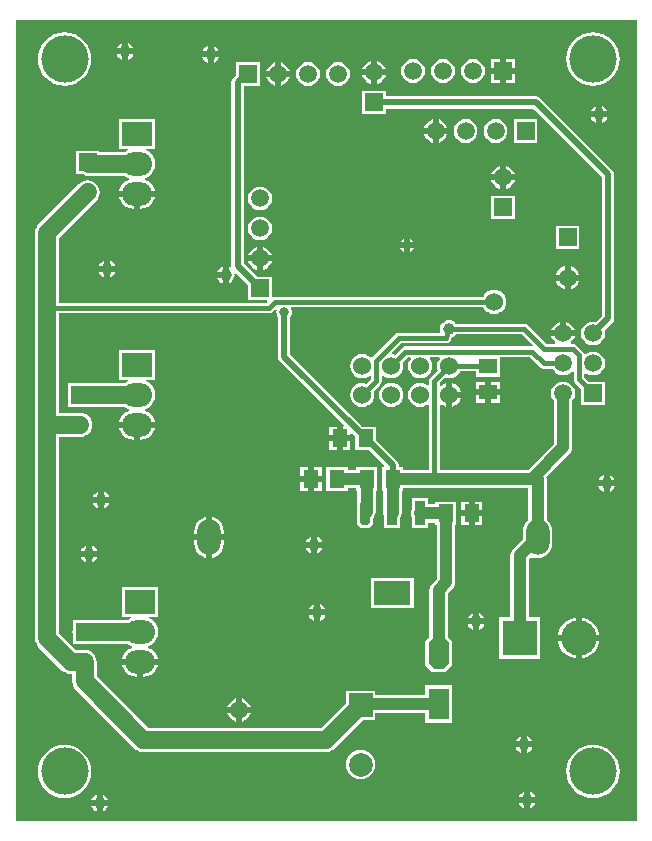
<source format=gbl>
G04 Layer_Physical_Order=2*
G04 Layer_Color=16711680*
%FSLAX44Y44*%
%MOMM*%
G71*
G01*
G75*
%ADD10R,1.5000X1.3000*%
%ADD14R,1.3000X1.5000*%
%ADD17C,0.3810*%
%ADD18C,0.5080*%
%ADD19C,1.0160*%
%ADD20C,1.0000*%
%ADD21R,1.5000X1.5000*%
%ADD22C,1.5000*%
%ADD23C,0.8000*%
%ADD24O,2.5400X2.0000*%
%ADD25R,2.5400X2.0000*%
%ADD26R,1.5000X1.5000*%
%ADD27C,1.5240*%
%ADD28O,2.0000X3.0000*%
%ADD29R,2.0000X2.0000*%
%ADD30C,2.0000*%
%ADD31C,3.0000*%
%ADD32R,3.0000X3.0000*%
%ADD33C,4.0000*%
%ADD34C,0.7000*%
%ADD35R,3.0988X2.0320*%
G04:AMPARAMS|DCode=36|XSize=0.8382mm|YSize=2.032mm|CornerRadius=0mm|HoleSize=0mm|Usage=FLASHONLY|Rotation=0.000|XOffset=0mm|YOffset=0mm|HoleType=Round|Shape=Octagon|*
%AMOCTAGOND36*
4,1,8,-0.2095,1.0160,0.2095,1.0160,0.4191,0.8065,0.4191,-0.8065,0.2095,-1.0160,-0.2095,-1.0160,-0.4191,-0.8065,-0.4191,0.8065,-0.2095,1.0160,0.0*
%
%ADD36OCTAGOND36*%

%ADD37R,0.8382X2.0320*%
%ADD38R,1.7500X2.6500*%
G04:AMPARAMS|DCode=39|XSize=2.65mm|YSize=1.75mm|CornerRadius=0mm|HoleSize=0mm|Usage=FLASHONLY|Rotation=90.000|XOffset=0mm|YOffset=0mm|HoleType=Round|Shape=Octagon|*
%AMOCTAGOND39*
4,1,8,0.4375,1.3250,-0.4375,1.3250,-0.8750,0.8875,-0.8750,-0.8875,-0.4375,-1.3250,0.4375,-1.3250,0.8750,-0.8875,0.8750,0.8875,0.4375,1.3250,0.0*
%
%ADD39OCTAGOND39*%

%ADD40C,1.5240*%
G36*
X1064260Y458470D02*
X538480D01*
Y1136650D01*
X1064260D01*
Y458470D01*
D02*
G37*
%LPC*%
G36*
X633730Y1117089D02*
Y1112520D01*
X638299D01*
X637776Y1113783D01*
X636568Y1115358D01*
X634992Y1116566D01*
X633730Y1117089D01*
D02*
G37*
G36*
X628650D02*
X627388Y1116566D01*
X625812Y1115358D01*
X624604Y1113783D01*
X624081Y1112520D01*
X628650D01*
Y1117089D01*
D02*
G37*
G36*
X706120Y1114549D02*
Y1109980D01*
X710689D01*
X710166Y1111243D01*
X708958Y1112818D01*
X707383Y1114026D01*
X706120Y1114549D01*
D02*
G37*
G36*
X701040D02*
X699778Y1114026D01*
X698202Y1112818D01*
X696994Y1111243D01*
X696471Y1109980D01*
X701040D01*
Y1114549D01*
D02*
G37*
G36*
X638299Y1107440D02*
X633730D01*
Y1102871D01*
X634992Y1103394D01*
X636568Y1104602D01*
X637776Y1106178D01*
X638299Y1107440D01*
D02*
G37*
G36*
X628650D02*
X624081D01*
X624604Y1106178D01*
X625812Y1104602D01*
X627388Y1103394D01*
X628650Y1102871D01*
Y1107440D01*
D02*
G37*
G36*
X710689Y1104900D02*
X706120D01*
Y1100331D01*
X707383Y1100854D01*
X708958Y1102062D01*
X710166Y1103637D01*
X710689Y1104900D01*
D02*
G37*
G36*
X701040D02*
X696471D01*
X696994Y1103637D01*
X698202Y1102062D01*
X699778Y1100854D01*
X701040Y1100331D01*
Y1104900D01*
D02*
G37*
G36*
X961270Y1103510D02*
X953770D01*
Y1096010D01*
X961270D01*
Y1103510D01*
D02*
G37*
G36*
X948690D02*
X941190D01*
Y1096010D01*
X948690D01*
Y1103510D01*
D02*
G37*
G36*
X844550Y1101992D02*
Y1094740D01*
X851802D01*
X851792Y1094821D01*
X850780Y1097263D01*
X849171Y1099361D01*
X847073Y1100970D01*
X844631Y1101982D01*
X844550Y1101992D01*
D02*
G37*
G36*
X839470D02*
X839389Y1101982D01*
X836947Y1100970D01*
X834849Y1099361D01*
X833240Y1097263D01*
X832228Y1094821D01*
X832218Y1094740D01*
X839470D01*
Y1101992D01*
D02*
G37*
G36*
X763270Y1100722D02*
Y1093470D01*
X770522D01*
X770512Y1093551D01*
X769500Y1095993D01*
X767891Y1098091D01*
X765793Y1099700D01*
X763351Y1100712D01*
X763270Y1100722D01*
D02*
G37*
G36*
X758190D02*
X758109Y1100712D01*
X755667Y1099700D01*
X753569Y1098091D01*
X751960Y1095993D01*
X750948Y1093551D01*
X750938Y1093470D01*
X758190D01*
Y1100722D01*
D02*
G37*
G36*
X961270Y1090930D02*
X953770D01*
Y1083430D01*
X961270D01*
Y1090930D01*
D02*
G37*
G36*
X948690D02*
X941190D01*
Y1083430D01*
X948690D01*
Y1090930D01*
D02*
G37*
G36*
X925830Y1103597D02*
X923209Y1103252D01*
X920767Y1102240D01*
X918669Y1100631D01*
X917060Y1098533D01*
X916048Y1096091D01*
X915703Y1093470D01*
X916048Y1090849D01*
X917060Y1088407D01*
X918669Y1086309D01*
X920767Y1084700D01*
X923209Y1083688D01*
X925830Y1083343D01*
X928451Y1083688D01*
X930893Y1084700D01*
X932991Y1086309D01*
X934600Y1088407D01*
X935612Y1090849D01*
X935957Y1093470D01*
X935612Y1096091D01*
X934600Y1098533D01*
X932991Y1100631D01*
X930893Y1102240D01*
X928451Y1103252D01*
X925830Y1103597D01*
D02*
G37*
G36*
X900430D02*
X897809Y1103252D01*
X895367Y1102240D01*
X893269Y1100631D01*
X891660Y1098533D01*
X890648Y1096091D01*
X890303Y1093470D01*
X890648Y1090849D01*
X891660Y1088407D01*
X893269Y1086309D01*
X895367Y1084700D01*
X897809Y1083688D01*
X900430Y1083343D01*
X903051Y1083688D01*
X905493Y1084700D01*
X907591Y1086309D01*
X909200Y1088407D01*
X910212Y1090849D01*
X910557Y1093470D01*
X910212Y1096091D01*
X909200Y1098533D01*
X907591Y1100631D01*
X905493Y1102240D01*
X903051Y1103252D01*
X900430Y1103597D01*
D02*
G37*
G36*
X875030D02*
X872409Y1103252D01*
X869967Y1102240D01*
X867869Y1100631D01*
X866260Y1098533D01*
X865248Y1096091D01*
X864903Y1093470D01*
X865248Y1090849D01*
X866260Y1088407D01*
X867869Y1086309D01*
X869967Y1084700D01*
X872409Y1083688D01*
X875030Y1083343D01*
X877651Y1083688D01*
X880093Y1084700D01*
X882191Y1086309D01*
X883800Y1088407D01*
X884812Y1090849D01*
X885157Y1093470D01*
X884812Y1096091D01*
X883800Y1098533D01*
X882191Y1100631D01*
X880093Y1102240D01*
X877651Y1103252D01*
X875030Y1103597D01*
D02*
G37*
G36*
X851802Y1089660D02*
X844550D01*
Y1082408D01*
X844631Y1082418D01*
X847073Y1083430D01*
X849171Y1085039D01*
X850780Y1087137D01*
X851792Y1089579D01*
X851802Y1089660D01*
D02*
G37*
G36*
X839470D02*
X832218D01*
X832228Y1089579D01*
X833240Y1087137D01*
X834849Y1085039D01*
X836947Y1083430D01*
X839389Y1082418D01*
X839470Y1082408D01*
Y1089660D01*
D02*
G37*
G36*
X770522Y1088390D02*
X763270D01*
Y1081138D01*
X763351Y1081148D01*
X765793Y1082160D01*
X767891Y1083769D01*
X769500Y1085867D01*
X770512Y1088309D01*
X770522Y1088390D01*
D02*
G37*
G36*
X758190D02*
X750938D01*
X750948Y1088309D01*
X751960Y1085867D01*
X753569Y1083769D01*
X755667Y1082160D01*
X758109Y1081148D01*
X758190Y1081138D01*
Y1088390D01*
D02*
G37*
G36*
X1027430Y1126279D02*
X1023011Y1125844D01*
X1018763Y1124555D01*
X1014847Y1122462D01*
X1011415Y1119645D01*
X1008598Y1116213D01*
X1006505Y1112297D01*
X1005216Y1108049D01*
X1004781Y1103630D01*
X1005216Y1099211D01*
X1006505Y1094963D01*
X1008598Y1091047D01*
X1011415Y1087615D01*
X1014847Y1084798D01*
X1018763Y1082705D01*
X1023011Y1081416D01*
X1027430Y1080981D01*
X1031849Y1081416D01*
X1036097Y1082705D01*
X1040013Y1084798D01*
X1043445Y1087615D01*
X1046262Y1091047D01*
X1048355Y1094963D01*
X1049644Y1099211D01*
X1050079Y1103630D01*
X1049644Y1108049D01*
X1048355Y1112297D01*
X1046262Y1116213D01*
X1043445Y1119645D01*
X1040013Y1122462D01*
X1036097Y1124555D01*
X1031849Y1125844D01*
X1027430Y1126279D01*
D02*
G37*
G36*
X580000D02*
X575581Y1125844D01*
X571333Y1124555D01*
X567417Y1122462D01*
X563985Y1119645D01*
X561168Y1116213D01*
X559075Y1112297D01*
X557786Y1108049D01*
X557351Y1103630D01*
X557786Y1099211D01*
X559075Y1094963D01*
X561168Y1091047D01*
X563985Y1087615D01*
X567417Y1084798D01*
X571333Y1082705D01*
X575581Y1081416D01*
X580000Y1080981D01*
X584419Y1081416D01*
X588667Y1082705D01*
X592583Y1084798D01*
X596015Y1087615D01*
X598832Y1091047D01*
X600925Y1094963D01*
X602214Y1099211D01*
X602649Y1103630D01*
X602214Y1108049D01*
X600925Y1112297D01*
X598832Y1116213D01*
X596015Y1119645D01*
X592583Y1122462D01*
X588667Y1124555D01*
X584419Y1125844D01*
X580000Y1126279D01*
D02*
G37*
G36*
X811530Y1101057D02*
X808909Y1100712D01*
X806467Y1099700D01*
X804369Y1098091D01*
X802760Y1095993D01*
X801748Y1093551D01*
X801403Y1090930D01*
X801748Y1088309D01*
X802760Y1085867D01*
X804369Y1083769D01*
X806467Y1082160D01*
X808909Y1081148D01*
X811530Y1080803D01*
X814151Y1081148D01*
X816593Y1082160D01*
X818691Y1083769D01*
X820300Y1085867D01*
X821312Y1088309D01*
X821657Y1090930D01*
X821312Y1093551D01*
X820300Y1095993D01*
X818691Y1098091D01*
X816593Y1099700D01*
X814151Y1100712D01*
X811530Y1101057D01*
D02*
G37*
G36*
X786130D02*
X783509Y1100712D01*
X781067Y1099700D01*
X778969Y1098091D01*
X777360Y1095993D01*
X776348Y1093551D01*
X776003Y1090930D01*
X776348Y1088309D01*
X777360Y1085867D01*
X778969Y1083769D01*
X781067Y1082160D01*
X783509Y1081148D01*
X786130Y1080803D01*
X788751Y1081148D01*
X791193Y1082160D01*
X793291Y1083769D01*
X794900Y1085867D01*
X795912Y1088309D01*
X796257Y1090930D01*
X795912Y1093551D01*
X794900Y1095993D01*
X793291Y1098091D01*
X791193Y1099700D01*
X788751Y1100712D01*
X786130Y1101057D01*
D02*
G37*
G36*
X1035050Y1063749D02*
Y1059180D01*
X1039619D01*
X1039096Y1060443D01*
X1037888Y1062018D01*
X1036312Y1063226D01*
X1035050Y1063749D01*
D02*
G37*
G36*
X1029970D02*
X1028708Y1063226D01*
X1027132Y1062018D01*
X1025924Y1060443D01*
X1025401Y1059180D01*
X1029970D01*
Y1063749D01*
D02*
G37*
G36*
X1039619Y1054100D02*
X1035050D01*
Y1049531D01*
X1036312Y1050054D01*
X1037888Y1051262D01*
X1039096Y1052838D01*
X1039619Y1054100D01*
D02*
G37*
G36*
X1029970D02*
X1025401D01*
X1025924Y1052838D01*
X1027132Y1051262D01*
X1028708Y1050054D01*
X1029970Y1049531D01*
Y1054100D01*
D02*
G37*
G36*
X896620Y1052462D02*
Y1045210D01*
X903872D01*
X903862Y1045291D01*
X902850Y1047733D01*
X901241Y1049831D01*
X899143Y1051440D01*
X896701Y1052452D01*
X896620Y1052462D01*
D02*
G37*
G36*
X891540D02*
X891459Y1052452D01*
X889017Y1051440D01*
X886919Y1049831D01*
X885310Y1047733D01*
X884298Y1045291D01*
X884288Y1045210D01*
X891540D01*
Y1052462D01*
D02*
G37*
G36*
X903872Y1040130D02*
X896620D01*
Y1032878D01*
X896701Y1032888D01*
X899143Y1033900D01*
X901241Y1035509D01*
X902850Y1037607D01*
X903862Y1040049D01*
X903872Y1040130D01*
D02*
G37*
G36*
X891540D02*
X884288D01*
X884298Y1040049D01*
X885310Y1037607D01*
X886919Y1035509D01*
X889017Y1033900D01*
X891459Y1032888D01*
X891540Y1032878D01*
Y1040130D01*
D02*
G37*
G36*
X980320Y1052710D02*
X960240D01*
Y1032630D01*
X980320D01*
Y1052710D01*
D02*
G37*
G36*
X944880Y1052797D02*
X942259Y1052452D01*
X939817Y1051440D01*
X937719Y1049831D01*
X936110Y1047733D01*
X935098Y1045291D01*
X934753Y1042670D01*
X935098Y1040049D01*
X936110Y1037607D01*
X937719Y1035509D01*
X939817Y1033900D01*
X942259Y1032888D01*
X944880Y1032543D01*
X947501Y1032888D01*
X949943Y1033900D01*
X952041Y1035509D01*
X953650Y1037607D01*
X954662Y1040049D01*
X955007Y1042670D01*
X954662Y1045291D01*
X953650Y1047733D01*
X952041Y1049831D01*
X949943Y1051440D01*
X947501Y1052452D01*
X944880Y1052797D01*
D02*
G37*
G36*
X919480D02*
X916859Y1052452D01*
X914417Y1051440D01*
X912319Y1049831D01*
X910710Y1047733D01*
X909698Y1045291D01*
X909353Y1042670D01*
X909698Y1040049D01*
X910710Y1037607D01*
X912319Y1035509D01*
X914417Y1033900D01*
X916859Y1032888D01*
X919480Y1032543D01*
X922101Y1032888D01*
X924543Y1033900D01*
X926641Y1035509D01*
X928250Y1037607D01*
X929262Y1040049D01*
X929607Y1042670D01*
X929262Y1045291D01*
X928250Y1047733D01*
X926641Y1049831D01*
X924543Y1051440D01*
X922101Y1052452D01*
X919480Y1052797D01*
D02*
G37*
G36*
X656590Y1052670D02*
X626110D01*
Y1027590D01*
X633610D01*
X633862Y1026320D01*
X632326Y1025684D01*
X631406Y1024978D01*
X609480D01*
Y1026040D01*
X589400D01*
Y1005960D01*
X595450D01*
X595586Y1005855D01*
X598058Y1004831D01*
X600710Y1004482D01*
X631406D01*
X632326Y1003776D01*
X634883Y1002717D01*
Y1001343D01*
X632326Y1000284D01*
X629706Y998274D01*
X627696Y995654D01*
X626433Y992604D01*
X626336Y991870D01*
X641350D01*
X656364D01*
X656267Y992604D01*
X655004Y995654D01*
X652994Y998274D01*
X650374Y1000284D01*
X647817Y1001343D01*
Y1002717D01*
X650374Y1003776D01*
X652994Y1005786D01*
X655004Y1008406D01*
X656267Y1011456D01*
X656698Y1014730D01*
X656267Y1018004D01*
X655004Y1021054D01*
X652994Y1023674D01*
X650374Y1025684D01*
X648838Y1026320D01*
X649090Y1027590D01*
X656590D01*
Y1052670D01*
D02*
G37*
G36*
X953770Y1013092D02*
Y1005840D01*
X961022D01*
X961012Y1005921D01*
X960000Y1008363D01*
X958391Y1010461D01*
X956293Y1012070D01*
X953851Y1013082D01*
X953770Y1013092D01*
D02*
G37*
G36*
X948690D02*
X948609Y1013082D01*
X946167Y1012070D01*
X944069Y1010461D01*
X942460Y1008363D01*
X941448Y1005921D01*
X941438Y1005840D01*
X948690D01*
Y1013092D01*
D02*
G37*
G36*
X961022Y1000760D02*
X953770D01*
Y993508D01*
X953851Y993518D01*
X956293Y994530D01*
X958391Y996139D01*
X960000Y998237D01*
X961012Y1000679D01*
X961022Y1000760D01*
D02*
G37*
G36*
X948690D02*
X941438D01*
X941448Y1000679D01*
X942460Y998237D01*
X944069Y996139D01*
X946167Y994530D01*
X948609Y993518D01*
X948690Y993508D01*
Y1000760D01*
D02*
G37*
G36*
X656364Y986790D02*
X643890D01*
Y976682D01*
X644050D01*
X647324Y977113D01*
X650374Y978376D01*
X652994Y980386D01*
X655004Y983006D01*
X656267Y986056D01*
X656364Y986790D01*
D02*
G37*
G36*
X638810D02*
X626336D01*
X626433Y986056D01*
X627696Y983006D01*
X629706Y980386D01*
X632326Y978376D01*
X635376Y977113D01*
X638650Y976682D01*
X638810D01*
Y986790D01*
D02*
G37*
G36*
X745490Y995647D02*
X742869Y995302D01*
X740427Y994290D01*
X738329Y992681D01*
X736720Y990583D01*
X735708Y988141D01*
X735363Y985520D01*
X735708Y982899D01*
X736720Y980457D01*
X738329Y978359D01*
X740427Y976750D01*
X742869Y975738D01*
X745490Y975393D01*
X748111Y975738D01*
X750553Y976750D01*
X752651Y978359D01*
X754260Y980457D01*
X755272Y982899D01*
X755617Y985520D01*
X755272Y988141D01*
X754260Y990583D01*
X752651Y992681D01*
X750553Y994290D01*
X748111Y995302D01*
X745490Y995647D01*
D02*
G37*
G36*
X961270Y987940D02*
X941190D01*
Y967860D01*
X961270D01*
Y987940D01*
D02*
G37*
G36*
X745490Y970247D02*
X742869Y969902D01*
X740427Y968890D01*
X738329Y967281D01*
X736720Y965183D01*
X735708Y962741D01*
X735363Y960120D01*
X735708Y957499D01*
X736720Y955057D01*
X738329Y952959D01*
X740427Y951350D01*
X742869Y950338D01*
X745490Y949993D01*
X748111Y950338D01*
X750553Y951350D01*
X752651Y952959D01*
X754260Y955057D01*
X755272Y957499D01*
X755617Y960120D01*
X755272Y962741D01*
X754260Y965183D01*
X752651Y967281D01*
X750553Y968890D01*
X748111Y969902D01*
X745490Y970247D01*
D02*
G37*
G36*
X872490Y951717D02*
Y948690D01*
X875517D01*
X874305Y950505D01*
X872490Y951717D01*
D02*
G37*
G36*
X867410D02*
X865595Y950505D01*
X864383Y948690D01*
X867410D01*
Y951717D01*
D02*
G37*
G36*
X1015880Y962540D02*
X995800D01*
Y942460D01*
X1015880D01*
Y962540D01*
D02*
G37*
G36*
X875517Y943610D02*
X872490D01*
Y940583D01*
X874305Y941795D01*
X875517Y943610D01*
D02*
G37*
G36*
X867410D02*
X864383D01*
X865595Y941795D01*
X867410Y940583D01*
Y943610D01*
D02*
G37*
G36*
X748030Y944512D02*
Y937260D01*
X755282D01*
X755272Y937341D01*
X754260Y939783D01*
X752651Y941881D01*
X750553Y943490D01*
X748111Y944502D01*
X748030Y944512D01*
D02*
G37*
G36*
X742950D02*
X742869Y944502D01*
X740427Y943490D01*
X738329Y941881D01*
X736720Y939783D01*
X735708Y937341D01*
X735698Y937260D01*
X742950D01*
Y944512D01*
D02*
G37*
G36*
X618490Y932939D02*
Y928370D01*
X623059D01*
X622536Y929632D01*
X621328Y931208D01*
X619753Y932416D01*
X618490Y932939D01*
D02*
G37*
G36*
X613410D02*
X612147Y932416D01*
X610572Y931208D01*
X609364Y929632D01*
X608841Y928370D01*
X613410D01*
Y932939D01*
D02*
G37*
G36*
X745370Y1100970D02*
X725290D01*
Y1090000D01*
X722777Y1087487D01*
X721655Y1085807D01*
X721261Y1083825D01*
Y928370D01*
X721340Y927972D01*
X720187Y927256D01*
X720082Y927336D01*
X718820Y927859D01*
Y920750D01*
Y913641D01*
X720082Y914164D01*
X721658Y915372D01*
X722866Y916947D01*
X723626Y918782D01*
X723885Y920750D01*
X723725Y921964D01*
X724928Y922557D01*
X735450Y912035D01*
Y899280D01*
X751186D01*
X751706Y898091D01*
X751103Y897342D01*
X575398D01*
Y952065D01*
X606686Y983354D01*
X608315Y985476D01*
X609338Y987948D01*
X609688Y990600D01*
X609338Y993252D01*
X608315Y995724D01*
X606686Y997846D01*
X604564Y999475D01*
X602092Y1000499D01*
X599440Y1000848D01*
X596788Y1000499D01*
X594316Y999475D01*
X592194Y997846D01*
X557904Y963556D01*
X556275Y961434D01*
X555252Y958962D01*
X554902Y956310D01*
X554902Y956310D01*
Y613410D01*
X554902Y613410D01*
X555252Y610758D01*
X556275Y608286D01*
X557904Y606164D01*
X578224Y585844D01*
X580346Y584215D01*
X582818Y583191D01*
X585470Y582842D01*
X586652Y582721D01*
Y576580D01*
X586652Y576580D01*
X587001Y573928D01*
X588025Y571456D01*
X589654Y569334D01*
X639184Y519804D01*
X639184Y519804D01*
X641306Y518175D01*
X643778Y517151D01*
X646430Y516802D01*
X801370D01*
X801370Y516802D01*
X804022Y517151D01*
X806494Y518175D01*
X808616Y519804D01*
X832532Y543720D01*
X843120D01*
Y549844D01*
X885330D01*
Y541740D01*
X907910D01*
Y559777D01*
X908116Y561340D01*
X907910Y562903D01*
Y573320D01*
X885330D01*
Y565216D01*
X843120D01*
Y568800D01*
X818040D01*
Y558212D01*
X797125Y537298D01*
X650675D01*
X607148Y580825D01*
Y593090D01*
X606799Y595742D01*
X605775Y598214D01*
X604146Y600336D01*
X602024Y601965D01*
X599552Y602989D01*
X596900Y603338D01*
X589715D01*
X575398Y617655D01*
Y783502D01*
X593090D01*
X595742Y783851D01*
X598214Y784875D01*
X600336Y786504D01*
X601965Y788626D01*
X602989Y791098D01*
X603338Y793750D01*
X602989Y796402D01*
X601965Y798874D01*
X600336Y800996D01*
X598214Y802625D01*
X595742Y803649D01*
X593090Y803998D01*
X575398D01*
Y888278D01*
X753110D01*
X754844Y888623D01*
X756315Y889605D01*
X758521Y891812D01*
X759598Y891093D01*
X759438Y890707D01*
X759214Y889000D01*
X759438Y887293D01*
X760097Y885702D01*
X760630Y885007D01*
Y851310D01*
X761025Y849328D01*
X762148Y847647D01*
X816262Y793533D01*
X815776Y792360D01*
X815340D01*
Y784860D01*
X821840D01*
Y786296D01*
X823013Y786782D01*
X825760Y784035D01*
Y772280D01*
X837515D01*
X850552Y759243D01*
X850066Y758070D01*
X848620D01*
Y737990D01*
X849974D01*
Y718976D01*
X850236Y716987D01*
X850773Y715691D01*
Y706120D01*
X864235D01*
Y715027D01*
X864316Y715133D01*
X865084Y716987D01*
X865346Y718976D01*
Y737990D01*
X866700D01*
Y740344D01*
X972754D01*
Y713409D01*
X971496Y712444D01*
X969486Y709824D01*
X968223Y706774D01*
X967792Y703500D01*
Y696721D01*
X959765Y688695D01*
X958544Y687103D01*
X957776Y685249D01*
X957514Y683260D01*
Y630950D01*
X947660D01*
Y595870D01*
X982740D01*
Y630950D01*
X972886D01*
Y680076D01*
X974993Y682183D01*
X977166Y681283D01*
X980440Y680852D01*
X983714Y681283D01*
X986764Y682546D01*
X989384Y684556D01*
X991394Y687176D01*
X992657Y690226D01*
X993088Y693500D01*
Y703500D01*
X992657Y706774D01*
X991394Y709824D01*
X989384Y712444D01*
X988126Y713409D01*
Y748030D01*
X987905Y749706D01*
X1007465Y769265D01*
X1008686Y770857D01*
X1009454Y772711D01*
X1009716Y774700D01*
Y813944D01*
X1010800Y815357D01*
X1011812Y817799D01*
X1012157Y820420D01*
X1011812Y823041D01*
X1010800Y825483D01*
X1009191Y827581D01*
X1007093Y829190D01*
X1004651Y830202D01*
X1002030Y830547D01*
X999409Y830202D01*
X996967Y829190D01*
X994869Y827581D01*
X993260Y825483D01*
X992248Y823041D01*
X991903Y820420D01*
X992248Y817799D01*
X993260Y815357D01*
X994344Y813944D01*
Y777884D01*
X972176Y755716D01*
X897607D01*
Y810807D01*
X898877Y811433D01*
X900386Y810275D01*
X902858Y809251D01*
X902970Y809237D01*
Y819150D01*
Y829063D01*
X902858Y829048D01*
X900386Y828025D01*
X898877Y826867D01*
X897607Y827493D01*
Y829338D01*
X902266Y833997D01*
X902858Y833752D01*
X905510Y833402D01*
X908162Y833752D01*
X910634Y834775D01*
X912756Y836404D01*
X914385Y838526D01*
X914630Y839118D01*
X928490D01*
Y834240D01*
X948570D01*
Y851183D01*
X973748D01*
X982315Y842615D01*
X983786Y841633D01*
X985520Y841288D01*
X985520Y841288D01*
X993040D01*
X993260Y840757D01*
X994869Y838659D01*
X996967Y837050D01*
X999409Y836038D01*
X1002030Y835693D01*
X1004651Y836038D01*
X1007093Y837050D01*
X1009191Y838659D01*
X1009683Y839301D01*
X1010953Y838870D01*
Y832365D01*
X1011298Y830631D01*
X1012280Y829160D01*
X1017390Y824051D01*
Y810380D01*
X1037470D01*
Y830460D01*
X1023799D01*
X1020017Y834242D01*
Y837252D01*
X1021287Y837878D01*
X1022367Y837050D01*
X1024809Y836038D01*
X1027430Y835693D01*
X1030051Y836038D01*
X1032493Y837050D01*
X1034591Y838659D01*
X1036200Y840757D01*
X1037212Y843199D01*
X1037557Y845820D01*
X1037212Y848441D01*
X1036200Y850883D01*
X1034591Y852981D01*
X1032493Y854590D01*
X1030051Y855602D01*
X1027430Y855947D01*
X1024809Y855602D01*
X1022367Y854590D01*
X1021123Y853635D01*
X1019723Y854162D01*
X1019672Y854419D01*
X1018690Y855890D01*
X1018690Y855890D01*
X1013610Y860970D01*
X1012139Y861952D01*
X1010405Y862297D01*
X1008980D01*
X1008549Y863567D01*
X1009191Y864059D01*
X1010800Y866157D01*
X1011812Y868599D01*
X1011822Y868680D01*
X1002030D01*
X992238D01*
X992248Y868599D01*
X993260Y866157D01*
X994869Y864059D01*
X995511Y863567D01*
X995080Y862297D01*
X988152D01*
X972215Y878235D01*
X970744Y879217D01*
X969010Y879562D01*
X911536D01*
X910888Y880408D01*
X909313Y881616D01*
X907478Y882376D01*
X905510Y882635D01*
X903542Y882376D01*
X901708Y881616D01*
X900132Y880408D01*
X898924Y878832D01*
X898164Y876998D01*
X897905Y875030D01*
X898144Y873212D01*
X898021Y872744D01*
X897485Y871942D01*
X863208D01*
X863207Y871942D01*
X861473Y871597D01*
X860003Y870615D01*
X840870Y851482D01*
X840506Y850937D01*
X840086Y850923D01*
X839055Y851051D01*
X837134Y852525D01*
X834662Y853549D01*
X832010Y853898D01*
X829358Y853549D01*
X826886Y852525D01*
X824764Y850896D01*
X823135Y848774D01*
X822112Y846302D01*
X821762Y843650D01*
X822112Y840998D01*
X823135Y838526D01*
X824764Y836404D01*
X826886Y834775D01*
X829358Y833752D01*
X832010Y833402D01*
X834662Y833752D01*
X837134Y834775D01*
X838273Y835649D01*
X839543Y835023D01*
Y833092D01*
X835254Y828803D01*
X834662Y829048D01*
X832010Y829398D01*
X829358Y829048D01*
X826886Y828025D01*
X824764Y826396D01*
X823135Y824274D01*
X822112Y821802D01*
X821762Y819150D01*
X822112Y816498D01*
X823135Y814026D01*
X824764Y811904D01*
X826886Y810275D01*
X829358Y809251D01*
X832010Y808902D01*
X834662Y809251D01*
X837134Y810275D01*
X839256Y811904D01*
X840885Y814026D01*
X841908Y816498D01*
X842258Y819150D01*
X841908Y821802D01*
X841663Y822394D01*
X847280Y828010D01*
X847280Y828010D01*
X848262Y829481D01*
X848607Y831215D01*
Y835307D01*
X849877Y835933D01*
X851386Y834775D01*
X853858Y833752D01*
X856510Y833402D01*
X859162Y833752D01*
X861634Y834775D01*
X863756Y836404D01*
X865385Y838526D01*
X866408Y840998D01*
X866758Y843650D01*
X866408Y846302D01*
X866163Y846894D01*
X870452Y851183D01*
X872383D01*
X873009Y849913D01*
X872135Y848774D01*
X871112Y846302D01*
X870762Y843650D01*
X871112Y840998D01*
X872135Y838526D01*
X873764Y836404D01*
X875886Y834775D01*
X878358Y833752D01*
X881010Y833402D01*
X883662Y833752D01*
X886134Y834775D01*
X888256Y836404D01*
X889885Y838526D01*
X890909Y840998D01*
X891258Y843650D01*
X890909Y846302D01*
X889885Y848774D01*
X889011Y849913D01*
X889637Y851183D01*
X896883D01*
X897509Y849913D01*
X896635Y848774D01*
X895611Y846302D01*
X895262Y843650D01*
X895611Y840998D01*
X895857Y840406D01*
X889870Y834420D01*
X888888Y832949D01*
X888543Y831215D01*
Y827777D01*
X887273Y827151D01*
X886134Y828025D01*
X883662Y829048D01*
X881010Y829398D01*
X878358Y829048D01*
X875886Y828025D01*
X873764Y826396D01*
X872135Y824274D01*
X871112Y821802D01*
X870762Y819150D01*
X871112Y816498D01*
X872135Y814026D01*
X873764Y811904D01*
X875886Y810275D01*
X878358Y809251D01*
X881010Y808902D01*
X883662Y809251D01*
X886134Y810275D01*
X887273Y811149D01*
X888543Y810523D01*
Y755716D01*
X866700D01*
Y758070D01*
X862840D01*
Y759460D01*
X862445Y761442D01*
X861322Y763122D01*
X843840Y780605D01*
Y792360D01*
X832085D01*
X770990Y853455D01*
Y885007D01*
X771523Y885702D01*
X772182Y887293D01*
X772406Y889000D01*
X772182Y890707D01*
X771610Y892088D01*
X772122Y893358D01*
X934490D01*
X934735Y892766D01*
X936364Y890644D01*
X938486Y889015D01*
X940958Y887991D01*
X943610Y887642D01*
X946262Y887991D01*
X948734Y889015D01*
X950856Y890644D01*
X952485Y892766D01*
X953509Y895238D01*
X953858Y897890D01*
X953509Y900542D01*
X952485Y903014D01*
X950856Y905136D01*
X948734Y906765D01*
X946262Y907788D01*
X943610Y908138D01*
X940958Y907788D01*
X938486Y906765D01*
X936364Y905136D01*
X934735Y903014D01*
X934490Y902422D01*
X758190D01*
X758190Y902422D01*
X756800Y902146D01*
X755812Y902709D01*
X755530Y902986D01*
Y919360D01*
X742775D01*
X731619Y930515D01*
Y1080890D01*
X745370D01*
Y1100970D01*
D02*
G37*
G36*
X755282Y932180D02*
X748030D01*
Y924928D01*
X748111Y924938D01*
X750553Y925950D01*
X752651Y927559D01*
X754260Y929657D01*
X755272Y932099D01*
X755282Y932180D01*
D02*
G37*
G36*
X742950D02*
X735698D01*
X735708Y932099D01*
X736720Y929657D01*
X738329Y927559D01*
X740427Y925950D01*
X742869Y924938D01*
X742950Y924928D01*
Y932180D01*
D02*
G37*
G36*
X713740Y927859D02*
X712477Y927336D01*
X710902Y926128D01*
X709694Y924553D01*
X709171Y923290D01*
X713740D01*
Y927859D01*
D02*
G37*
G36*
X1008380Y928292D02*
Y921040D01*
X1015632D01*
X1015622Y921121D01*
X1014610Y923563D01*
X1013001Y925661D01*
X1010903Y927270D01*
X1008461Y928282D01*
X1008380Y928292D01*
D02*
G37*
G36*
X1003300D02*
X1003219Y928282D01*
X1000777Y927270D01*
X998679Y925661D01*
X997070Y923563D01*
X996058Y921121D01*
X996048Y921040D01*
X1003300D01*
Y928292D01*
D02*
G37*
G36*
X623059Y923290D02*
X618490D01*
Y918721D01*
X619753Y919244D01*
X621328Y920452D01*
X622536Y922028D01*
X623059Y923290D01*
D02*
G37*
G36*
X613410D02*
X608841D01*
X609364Y922028D01*
X610572Y920452D01*
X612147Y919244D01*
X613410Y918721D01*
Y923290D01*
D02*
G37*
G36*
X713740Y918210D02*
X709171D01*
X709694Y916947D01*
X710902Y915372D01*
X712477Y914164D01*
X713740Y913641D01*
Y918210D01*
D02*
G37*
G36*
X1015632Y915960D02*
X1008380D01*
Y908708D01*
X1008461Y908718D01*
X1010903Y909730D01*
X1013001Y911339D01*
X1014610Y913437D01*
X1015622Y915879D01*
X1015632Y915960D01*
D02*
G37*
G36*
X1003300D02*
X996048D01*
X996058Y915879D01*
X997070Y913437D01*
X998679Y911339D01*
X1000777Y909730D01*
X1003219Y908718D01*
X1003300Y908708D01*
Y915960D01*
D02*
G37*
G36*
X852050Y1076840D02*
X831970D01*
Y1056760D01*
X852050D01*
Y1061620D01*
X977025D01*
X1034950Y1003695D01*
Y886065D01*
X1029906Y881021D01*
X1027430Y881347D01*
X1024809Y881002D01*
X1022367Y879990D01*
X1020269Y878381D01*
X1018660Y876283D01*
X1017648Y873841D01*
X1017303Y871220D01*
X1017648Y868599D01*
X1018660Y866157D01*
X1020269Y864059D01*
X1022367Y862450D01*
X1024809Y861438D01*
X1027430Y861093D01*
X1030051Y861438D01*
X1032493Y862450D01*
X1034591Y864059D01*
X1036200Y866157D01*
X1037212Y868599D01*
X1037557Y871220D01*
X1037231Y873696D01*
X1043792Y880257D01*
X1044915Y881938D01*
X1045310Y883920D01*
Y1005840D01*
X1045310Y1005840D01*
X1044915Y1007822D01*
X1043792Y1009502D01*
X1043792Y1009502D01*
X982832Y1070462D01*
X981152Y1071585D01*
X979170Y1071980D01*
X852050D01*
Y1076840D01*
D02*
G37*
G36*
X1004570Y881012D02*
Y873760D01*
X1011822D01*
X1011812Y873841D01*
X1010800Y876283D01*
X1009191Y878381D01*
X1007093Y879990D01*
X1004651Y881002D01*
X1004570Y881012D01*
D02*
G37*
G36*
X999490D02*
X999409Y881002D01*
X996967Y879990D01*
X994869Y878381D01*
X993260Y876283D01*
X992248Y873841D01*
X992238Y873760D01*
X999490D01*
Y881012D01*
D02*
G37*
G36*
X948570Y830320D02*
X941070D01*
Y823820D01*
X948570D01*
Y830320D01*
D02*
G37*
G36*
X935990D02*
X928490D01*
Y823820D01*
X935990D01*
Y830320D01*
D02*
G37*
G36*
X908050Y829063D02*
Y821690D01*
X915423D01*
X915408Y821802D01*
X914385Y824274D01*
X912756Y826396D01*
X910634Y828025D01*
X908162Y829048D01*
X908050Y829063D01*
D02*
G37*
G36*
X948570Y818740D02*
X941070D01*
Y812240D01*
X948570D01*
Y818740D01*
D02*
G37*
G36*
X935990D02*
X928490D01*
Y812240D01*
X935990D01*
Y818740D01*
D02*
G37*
G36*
X915423Y816610D02*
X908050D01*
Y809237D01*
X908162Y809251D01*
X910634Y810275D01*
X912756Y811904D01*
X914385Y814026D01*
X915408Y816498D01*
X915423Y816610D01*
D02*
G37*
G36*
X856510Y829398D02*
X853858Y829048D01*
X851386Y828025D01*
X849264Y826396D01*
X847635Y824274D01*
X846611Y821802D01*
X846262Y819150D01*
X846611Y816498D01*
X847635Y814026D01*
X849264Y811904D01*
X851386Y810275D01*
X853858Y809251D01*
X856510Y808902D01*
X859162Y809251D01*
X861634Y810275D01*
X863756Y811904D01*
X865385Y814026D01*
X866408Y816498D01*
X866758Y819150D01*
X866408Y821802D01*
X865385Y824274D01*
X863756Y826396D01*
X861634Y828025D01*
X859162Y829048D01*
X856510Y829398D01*
D02*
G37*
G36*
X656590Y857090D02*
X626110D01*
Y832010D01*
X633610D01*
X633862Y830740D01*
X632326Y830104D01*
X631406Y829398D01*
X593090D01*
X591512Y829190D01*
X583050D01*
Y820728D01*
X582842Y819150D01*
X583050Y817572D01*
Y809110D01*
X591512D01*
X593090Y808902D01*
X631406D01*
X632326Y808196D01*
X634883Y807137D01*
Y805763D01*
X632326Y804704D01*
X629706Y802694D01*
X627696Y800074D01*
X626433Y797024D01*
X626336Y796290D01*
X641350D01*
X656364D01*
X656267Y797024D01*
X655004Y800074D01*
X652994Y802694D01*
X650374Y804704D01*
X647817Y805763D01*
Y807137D01*
X650374Y808196D01*
X652994Y810206D01*
X655004Y812826D01*
X656267Y815876D01*
X656698Y819150D01*
X656267Y822424D01*
X655004Y825474D01*
X652994Y828094D01*
X650374Y830104D01*
X648838Y830740D01*
X649090Y832010D01*
X656590D01*
Y857090D01*
D02*
G37*
G36*
X810260Y792360D02*
X803760D01*
Y784860D01*
X810260D01*
Y792360D01*
D02*
G37*
G36*
X656364Y791210D02*
X643890D01*
Y781102D01*
X644050D01*
X647324Y781533D01*
X650374Y782796D01*
X652994Y784806D01*
X655004Y787426D01*
X656267Y790476D01*
X656364Y791210D01*
D02*
G37*
G36*
X638810D02*
X626336D01*
X626433Y790476D01*
X627696Y787426D01*
X629706Y784806D01*
X632326Y782796D01*
X635376Y781533D01*
X638650Y781102D01*
X638810D01*
Y791210D01*
D02*
G37*
G36*
X821840Y779780D02*
X815340D01*
Y772280D01*
X821840D01*
Y779780D01*
D02*
G37*
G36*
X810260D02*
X803760D01*
Y772280D01*
X810260D01*
Y779780D01*
D02*
G37*
G36*
X844700Y758070D02*
X826620D01*
Y755716D01*
X819710D01*
Y758070D01*
X801630D01*
Y737990D01*
X819710D01*
Y740344D01*
X826620D01*
Y737990D01*
X827974D01*
Y728470D01*
X827659Y728155D01*
Y709485D01*
X831024Y706120D01*
X837756D01*
X841121Y709485D01*
Y714690D01*
X842316Y716247D01*
X843084Y718101D01*
X843346Y720090D01*
Y737990D01*
X844700D01*
Y758070D01*
D02*
G37*
G36*
X797710D02*
X791210D01*
Y750570D01*
X797710D01*
Y758070D01*
D02*
G37*
G36*
X786130D02*
X779630D01*
Y750570D01*
X786130D01*
Y758070D01*
D02*
G37*
G36*
X1041400Y751329D02*
Y746760D01*
X1045969D01*
X1045446Y748023D01*
X1044238Y749598D01*
X1042663Y750806D01*
X1041400Y751329D01*
D02*
G37*
G36*
X1036320D02*
X1035058Y750806D01*
X1033482Y749598D01*
X1032274Y748023D01*
X1031751Y746760D01*
X1036320D01*
Y751329D01*
D02*
G37*
G36*
X797710Y745490D02*
X791210D01*
Y737990D01*
X797710D01*
Y745490D01*
D02*
G37*
G36*
X786130D02*
X779630D01*
Y737990D01*
X786130D01*
Y745490D01*
D02*
G37*
G36*
X1045969Y741680D02*
X1041400D01*
Y737111D01*
X1042663Y737634D01*
X1044238Y738842D01*
X1045446Y740417D01*
X1045969Y741680D01*
D02*
G37*
G36*
X1036320D02*
X1031751D01*
X1032274Y740417D01*
X1033482Y738842D01*
X1035058Y737634D01*
X1036320Y737111D01*
Y741680D01*
D02*
G37*
G36*
X613410Y737359D02*
Y732790D01*
X617979D01*
X617456Y734053D01*
X616248Y735628D01*
X614673Y736836D01*
X613410Y737359D01*
D02*
G37*
G36*
X608330D02*
X607067Y736836D01*
X605492Y735628D01*
X604284Y734053D01*
X603761Y732790D01*
X608330D01*
Y737359D01*
D02*
G37*
G36*
X617979Y727710D02*
X613410D01*
Y723141D01*
X614673Y723664D01*
X616248Y724872D01*
X617456Y726448D01*
X617979Y727710D01*
D02*
G37*
G36*
X608330D02*
X603761D01*
X604284Y726448D01*
X605492Y724872D01*
X607067Y723664D01*
X608330Y723141D01*
Y727710D01*
D02*
G37*
G36*
X933600Y728860D02*
X927100D01*
Y721360D01*
X933600D01*
Y728860D01*
D02*
G37*
G36*
X922020D02*
X915520D01*
Y721360D01*
X922020D01*
Y728860D01*
D02*
G37*
G36*
X933600Y716280D02*
X927100D01*
Y708780D01*
X933600D01*
Y716280D01*
D02*
G37*
G36*
X922020D02*
X915520D01*
Y708780D01*
X922020D01*
Y716280D01*
D02*
G37*
G36*
X704850Y715814D02*
Y701040D01*
X714958D01*
Y703500D01*
X714527Y706774D01*
X713264Y709824D01*
X711254Y712444D01*
X708634Y714454D01*
X705584Y715717D01*
X704850Y715814D01*
D02*
G37*
G36*
X699770D02*
X699036Y715717D01*
X695986Y714454D01*
X693366Y712444D01*
X691356Y709824D01*
X690093Y706774D01*
X689662Y703500D01*
Y701040D01*
X699770D01*
Y715814D01*
D02*
G37*
G36*
X793750Y699259D02*
Y694690D01*
X798319D01*
X797796Y695953D01*
X796588Y697528D01*
X795013Y698736D01*
X793750Y699259D01*
D02*
G37*
G36*
X788670D02*
X787408Y698736D01*
X785832Y697528D01*
X784624Y695953D01*
X784101Y694690D01*
X788670D01*
Y699259D01*
D02*
G37*
G36*
X603250Y691639D02*
Y687070D01*
X607819D01*
X607296Y688333D01*
X606088Y689908D01*
X604512Y691116D01*
X603250Y691639D01*
D02*
G37*
G36*
X598170D02*
X596908Y691116D01*
X595332Y689908D01*
X594124Y688333D01*
X593601Y687070D01*
X598170D01*
Y691639D01*
D02*
G37*
G36*
X798319Y689610D02*
X793750D01*
Y685041D01*
X795013Y685564D01*
X796588Y686772D01*
X797796Y688347D01*
X798319Y689610D01*
D02*
G37*
G36*
X788670D02*
X784101D01*
X784624Y688347D01*
X785832Y686772D01*
X787408Y685564D01*
X788670Y685041D01*
Y689610D01*
D02*
G37*
G36*
X714958Y695960D02*
X704850D01*
Y681186D01*
X705584Y681283D01*
X708634Y682546D01*
X711254Y684556D01*
X713264Y687176D01*
X714527Y690226D01*
X714958Y693500D01*
Y695960D01*
D02*
G37*
G36*
X699770D02*
X689662D01*
Y693500D01*
X690093Y690226D01*
X691356Y687176D01*
X693366Y684556D01*
X695986Y682546D01*
X699036Y681283D01*
X699770Y681186D01*
Y695960D01*
D02*
G37*
G36*
X607819Y681990D02*
X603250D01*
Y677421D01*
X604512Y677944D01*
X606088Y679152D01*
X607296Y680727D01*
X607819Y681990D01*
D02*
G37*
G36*
X598170D02*
X593601D01*
X594124Y680727D01*
X595332Y679152D01*
X596908Y677944D01*
X598170Y677421D01*
Y681990D01*
D02*
G37*
G36*
X875538Y664289D02*
X839470D01*
Y638890D01*
X875538D01*
Y664289D01*
D02*
G37*
G36*
X796290Y642109D02*
Y637540D01*
X800859D01*
X800336Y638802D01*
X799128Y640378D01*
X797552Y641586D01*
X796290Y642109D01*
D02*
G37*
G36*
X791210D02*
X789948Y641586D01*
X788372Y640378D01*
X787164Y638802D01*
X786641Y637540D01*
X791210D01*
Y642109D01*
D02*
G37*
G36*
X930910Y634489D02*
Y629920D01*
X935479D01*
X934956Y631183D01*
X933748Y632758D01*
X932172Y633966D01*
X930910Y634489D01*
D02*
G37*
G36*
X925830D02*
X924567Y633966D01*
X922992Y632758D01*
X921784Y631183D01*
X921261Y629920D01*
X925830D01*
Y634489D01*
D02*
G37*
G36*
X800859Y632460D02*
X796290D01*
Y627891D01*
X797552Y628414D01*
X799128Y629622D01*
X800336Y631198D01*
X800859Y632460D01*
D02*
G37*
G36*
X791210D02*
X786641D01*
X787164Y631198D01*
X788372Y629622D01*
X789948Y628414D01*
X791210Y627891D01*
Y632460D01*
D02*
G37*
G36*
X935479Y624840D02*
X930910D01*
Y620271D01*
X932172Y620794D01*
X933748Y622002D01*
X934956Y623577D01*
X935479Y624840D01*
D02*
G37*
G36*
X925830D02*
X921261D01*
X921784Y623577D01*
X922992Y622002D01*
X924567Y620794D01*
X925830Y620271D01*
Y624840D01*
D02*
G37*
G36*
X1017740Y630785D02*
Y615950D01*
X1032575D01*
X1032486Y616848D01*
X1031483Y620155D01*
X1029855Y623202D01*
X1027663Y625873D01*
X1024992Y628064D01*
X1021945Y629693D01*
X1018639Y630696D01*
X1017740Y630785D01*
D02*
G37*
G36*
X1012660D02*
X1011762Y630696D01*
X1008455Y629693D01*
X1005408Y628064D01*
X1002737Y625873D01*
X1000546Y623202D01*
X998917Y620155D01*
X997914Y616848D01*
X997825Y615950D01*
X1012660D01*
Y630785D01*
D02*
G37*
G36*
X1032575Y610870D02*
X1017740D01*
Y596035D01*
X1018639Y596124D01*
X1021945Y597127D01*
X1024992Y598755D01*
X1027663Y600947D01*
X1029855Y603618D01*
X1031483Y606665D01*
X1032486Y609972D01*
X1032575Y610870D01*
D02*
G37*
G36*
X1012660D02*
X997825D01*
X997914Y609972D01*
X998917Y606665D01*
X1000546Y603618D01*
X1002737Y600947D01*
X1005408Y598755D01*
X1008455Y597127D01*
X1011762Y596124D01*
X1012660Y596035D01*
Y610870D01*
D02*
G37*
G36*
X659130Y656430D02*
X628650D01*
Y631350D01*
X636149D01*
X636402Y630080D01*
X634866Y629444D01*
X633946Y628738D01*
X596900D01*
X595322Y628530D01*
X586860D01*
Y620068D01*
X586652Y618490D01*
X586860Y616912D01*
Y608450D01*
X595322D01*
X596900Y608242D01*
X633946D01*
X634866Y607536D01*
X637423Y606477D01*
Y605103D01*
X634866Y604044D01*
X632246Y602034D01*
X630236Y599414D01*
X628973Y596364D01*
X628876Y595630D01*
X643890D01*
X658904D01*
X658807Y596364D01*
X657544Y599414D01*
X655534Y602034D01*
X652914Y604044D01*
X650357Y605103D01*
Y606477D01*
X652914Y607536D01*
X655534Y609546D01*
X657544Y612166D01*
X658807Y615216D01*
X659238Y618490D01*
X658807Y621764D01*
X657544Y624814D01*
X655534Y627434D01*
X652914Y629444D01*
X651378Y630080D01*
X651630Y631350D01*
X659130D01*
Y656430D01*
D02*
G37*
G36*
X887349Y731520D02*
X873887D01*
Y722482D01*
X873194Y720809D01*
X872932Y718820D01*
X873194Y716831D01*
X873887Y715158D01*
Y706120D01*
X887349D01*
Y711134D01*
X893520D01*
Y708780D01*
X895284D01*
Y663584D01*
X891185Y659485D01*
X889964Y657893D01*
X889196Y656039D01*
X888934Y654050D01*
Y614279D01*
X885330Y610675D01*
Y590385D01*
X890975Y584740D01*
X902265D01*
X907910Y590385D01*
Y610675D01*
X904306Y614279D01*
Y650866D01*
X908405Y654965D01*
X908405Y654965D01*
X909626Y656557D01*
X910394Y658411D01*
X910656Y660400D01*
Y708780D01*
X911600D01*
Y728860D01*
X893520D01*
Y726506D01*
X887349D01*
Y731520D01*
D02*
G37*
G36*
X658904Y590550D02*
X646430D01*
Y580442D01*
X646590D01*
X649864Y580873D01*
X652914Y582136D01*
X655534Y584146D01*
X657544Y586766D01*
X658807Y589816D01*
X658904Y590550D01*
D02*
G37*
G36*
X641350D02*
X628876D01*
X628973Y589816D01*
X630236Y586766D01*
X632246Y584146D01*
X634866Y582136D01*
X637916Y580873D01*
X641190Y580442D01*
X641350D01*
Y590550D01*
D02*
G37*
G36*
X730250Y562242D02*
Y554990D01*
X737502D01*
X737492Y555071D01*
X736480Y557513D01*
X734871Y559611D01*
X732773Y561220D01*
X730331Y562232D01*
X730250Y562242D01*
D02*
G37*
G36*
X725170D02*
X725089Y562232D01*
X722647Y561220D01*
X720549Y559611D01*
X718940Y557513D01*
X717928Y555071D01*
X717918Y554990D01*
X725170D01*
Y562242D01*
D02*
G37*
G36*
X737502Y549910D02*
X730250D01*
Y542658D01*
X730331Y542668D01*
X732773Y543680D01*
X734871Y545289D01*
X736480Y547387D01*
X737492Y549829D01*
X737502Y549910D01*
D02*
G37*
G36*
X725170D02*
X717918D01*
X717928Y549829D01*
X718940Y547387D01*
X720549Y545289D01*
X722647Y543680D01*
X725089Y542668D01*
X725170Y542658D01*
Y549910D01*
D02*
G37*
G36*
X971550Y530349D02*
Y525780D01*
X976119D01*
X975596Y527043D01*
X974388Y528618D01*
X972812Y529826D01*
X971550Y530349D01*
D02*
G37*
G36*
X966470D02*
X965208Y529826D01*
X963632Y528618D01*
X962424Y527043D01*
X961901Y525780D01*
X966470D01*
Y530349D01*
D02*
G37*
G36*
X976119Y520700D02*
X971550D01*
Y516131D01*
X972812Y516654D01*
X974388Y517862D01*
X975596Y519437D01*
X976119Y520700D01*
D02*
G37*
G36*
X966470D02*
X961901D01*
X962424Y519437D01*
X963632Y517862D01*
X965208Y516654D01*
X966470Y516131D01*
Y520700D01*
D02*
G37*
G36*
X830580Y518908D02*
X827306Y518477D01*
X824256Y517214D01*
X821636Y515204D01*
X819626Y512584D01*
X818363Y509534D01*
X817932Y506260D01*
X818363Y502986D01*
X819626Y499936D01*
X821636Y497316D01*
X824256Y495306D01*
X827306Y494043D01*
X830580Y493612D01*
X833854Y494043D01*
X836904Y495306D01*
X839524Y497316D01*
X841534Y499936D01*
X842797Y502986D01*
X843228Y506260D01*
X842797Y509534D01*
X841534Y512584D01*
X839524Y515204D01*
X836904Y517214D01*
X833854Y518477D01*
X830580Y518908D01*
D02*
G37*
G36*
X974090Y483359D02*
Y478790D01*
X978659D01*
X978136Y480052D01*
X976928Y481628D01*
X975352Y482836D01*
X974090Y483359D01*
D02*
G37*
G36*
X969010D02*
X967747Y482836D01*
X966172Y481628D01*
X964964Y480052D01*
X964441Y478790D01*
X969010D01*
Y483359D01*
D02*
G37*
G36*
X1027430Y523029D02*
X1023011Y522594D01*
X1018763Y521305D01*
X1014847Y519212D01*
X1011415Y516395D01*
X1008598Y512963D01*
X1006505Y509047D01*
X1005216Y504799D01*
X1004781Y500380D01*
X1005216Y495961D01*
X1006505Y491713D01*
X1008598Y487797D01*
X1011415Y484365D01*
X1014847Y481548D01*
X1018763Y479455D01*
X1023011Y478166D01*
X1027430Y477731D01*
X1031849Y478166D01*
X1036097Y479455D01*
X1040013Y481548D01*
X1043445Y484365D01*
X1046262Y487797D01*
X1048355Y491713D01*
X1049644Y495961D01*
X1050079Y500380D01*
X1049644Y504799D01*
X1048355Y509047D01*
X1046262Y512963D01*
X1043445Y516395D01*
X1040013Y519212D01*
X1036097Y521305D01*
X1031849Y522594D01*
X1027430Y523029D01*
D02*
G37*
G36*
X580000D02*
X575581Y522594D01*
X571333Y521305D01*
X567417Y519212D01*
X563985Y516395D01*
X561168Y512963D01*
X559075Y509047D01*
X557786Y504799D01*
X557351Y500380D01*
X557786Y495961D01*
X559075Y491713D01*
X561168Y487797D01*
X563985Y484365D01*
X567417Y481548D01*
X571333Y479455D01*
X575581Y478166D01*
X580000Y477731D01*
X584419Y478166D01*
X588667Y479455D01*
X592583Y481548D01*
X596015Y484365D01*
X598832Y487797D01*
X600925Y491713D01*
X602214Y495961D01*
X602649Y500380D01*
X602214Y504799D01*
X600925Y509047D01*
X598832Y512963D01*
X596015Y516395D01*
X592583Y519212D01*
X588667Y521305D01*
X584419Y522594D01*
X580000Y523029D01*
D02*
G37*
G36*
X612140Y480819D02*
Y476250D01*
X616709D01*
X616186Y477513D01*
X614978Y479088D01*
X613402Y480296D01*
X612140Y480819D01*
D02*
G37*
G36*
X607060D02*
X605798Y480296D01*
X604222Y479088D01*
X603014Y477513D01*
X602491Y476250D01*
X607060D01*
Y480819D01*
D02*
G37*
G36*
X978659Y473710D02*
X974090D01*
Y469141D01*
X975352Y469664D01*
X976928Y470872D01*
X978136Y472448D01*
X978659Y473710D01*
D02*
G37*
G36*
X969010D02*
X964441D01*
X964964Y472448D01*
X966172Y470872D01*
X967747Y469664D01*
X969010Y469141D01*
Y473710D01*
D02*
G37*
G36*
X616709Y471170D02*
X612140D01*
Y466601D01*
X613402Y467124D01*
X614978Y468332D01*
X616186Y469907D01*
X616709Y471170D01*
D02*
G37*
G36*
X607060D02*
X602491D01*
X603014Y469907D01*
X604222Y468332D01*
X605798Y467124D01*
X607060Y466601D01*
Y471170D01*
D02*
G37*
%LPD*%
G36*
X976204Y861427D02*
X975666Y860330D01*
X975587Y860247D01*
X868575D01*
X866841Y859902D01*
X865370Y858920D01*
X865370Y858920D01*
X859754Y853303D01*
X859162Y853549D01*
X857739Y853736D01*
X857284Y855077D01*
X865085Y862878D01*
X902970D01*
X903130Y862910D01*
X903291Y862889D01*
X903992Y863081D01*
X904704Y863223D01*
X904840Y863313D01*
X904997Y863356D01*
X905571Y863802D01*
X906175Y864205D01*
X906265Y864341D01*
X906394Y864441D01*
X906753Y865072D01*
X907157Y865676D01*
X907189Y865835D01*
X907270Y865977D01*
X907896Y867857D01*
X909313Y868444D01*
X910888Y869652D01*
X911536Y870498D01*
X967133D01*
X976204Y861427D01*
D02*
G37*
D10*
X938530Y843280D02*
D03*
Y821280D02*
D03*
D14*
X857660Y748030D02*
D03*
X835660D02*
D03*
X810670D02*
D03*
X788670D02*
D03*
X924560Y718820D02*
D03*
X902560D02*
D03*
X812800Y782320D02*
D03*
X834800D02*
D03*
D17*
X856510Y843650D02*
X868575Y855715D01*
X1010405Y857765D02*
X1015485Y852685D01*
Y832365D02*
Y852685D01*
Y832365D02*
X1027430Y820420D01*
X844075Y848278D02*
X863207Y867410D01*
X844075Y831215D02*
Y848278D01*
X905510Y843650D02*
X938530D01*
X857504Y718820D02*
X857660Y718976D01*
X832010Y819150D02*
X844075Y831215D01*
X893075D02*
X905510Y843650D01*
X893075Y748030D02*
Y831215D01*
X863207Y867410D02*
X902970D01*
X905510Y875030D01*
X969010D01*
X986275Y857765D01*
X1010405D01*
X868575Y855715D02*
X975625D01*
X985520Y845820D01*
X1002030D01*
X563880Y892810D02*
X753110D01*
X758190Y897890D01*
X943610D01*
D18*
X765810Y851310D02*
Y889000D01*
Y851310D02*
X834800Y782320D01*
X857660Y748030D02*
Y759460D01*
X834800Y782320D02*
X857660Y759460D01*
X842010Y1066800D02*
X979170D01*
X726440Y928370D02*
X745490Y909320D01*
X726440Y928370D02*
Y1083825D01*
X733545Y1090930D01*
X1027430Y871220D02*
X1040130Y883920D01*
Y1005840D01*
X979170Y1066800D02*
X1040130Y1005840D01*
D19*
X880618Y718820D02*
X902560D01*
X857660Y718976D02*
Y748030D01*
X810670D02*
X835660D01*
Y720090D02*
Y748030D01*
X965200Y613410D02*
Y683260D01*
X980440Y698500D01*
X857660Y748030D02*
X893075D01*
X1002030Y774700D02*
Y820420D01*
X980440Y698500D02*
Y748030D01*
X975360D02*
X1002030Y774700D01*
X893075Y748030D02*
X975360D01*
X896620Y557530D02*
X900430Y561340D01*
X831850Y557530D02*
X896620D01*
X902970Y660400D02*
Y718410D01*
X896620Y600530D02*
Y654050D01*
X902970Y660400D01*
D20*
X703580Y1107440D02*
D03*
X716280Y920750D02*
D03*
X791210Y692150D02*
D03*
X905510Y875030D02*
D03*
X793750Y635000D02*
D03*
X969010Y523240D02*
D03*
X1038860Y744220D02*
D03*
X610870Y730250D02*
D03*
X600710Y684530D02*
D03*
X609600Y473710D02*
D03*
X971550Y476250D02*
D03*
X631190Y1109980D02*
D03*
X615950Y925830D02*
D03*
X928370Y627380D02*
D03*
X1032510Y1056640D02*
D03*
D21*
X727710Y527050D02*
D03*
X596900Y618490D02*
D03*
X593090Y819150D02*
D03*
X599440Y1016000D02*
D03*
X1005840Y952500D02*
D03*
X951230Y977900D02*
D03*
X745490Y909320D02*
D03*
X842010Y1066800D02*
D03*
X1027430Y820420D02*
D03*
D22*
X727710Y552450D02*
D03*
X596900Y593090D02*
D03*
X894080Y1042670D02*
D03*
X919480D02*
D03*
X944880D02*
D03*
X593090Y793750D02*
D03*
X599440Y990600D02*
D03*
X1005840Y918500D02*
D03*
X951230Y1003300D02*
D03*
X875030Y1093470D02*
D03*
X900430D02*
D03*
X925830D02*
D03*
X745490Y934720D02*
D03*
Y960120D02*
D03*
Y985520D02*
D03*
X842010Y1092200D02*
D03*
X1002030Y820420D02*
D03*
X1027430Y871220D02*
D03*
X1002030Y845820D02*
D03*
X1027430D02*
D03*
X1002030Y871220D02*
D03*
X811530Y1090930D02*
D03*
X786130D02*
D03*
X760730D02*
D03*
D23*
X765810Y889000D02*
D03*
D24*
X643890Y593090D02*
D03*
Y618490D02*
D03*
X641350Y989330D02*
D03*
Y1014730D02*
D03*
Y793750D02*
D03*
Y819150D02*
D03*
D25*
X643890Y643890D02*
D03*
X641350Y1040130D02*
D03*
Y844550D02*
D03*
D26*
X970280Y1042670D02*
D03*
X951230Y1093470D02*
D03*
X735330Y1090930D02*
D03*
D27*
X832010Y819150D02*
D03*
X856510D02*
D03*
X881010D02*
D03*
X905510D02*
D03*
X832010Y843650D02*
D03*
X856510D02*
D03*
X881010D02*
D03*
X905510D02*
D03*
X943610Y897890D02*
D03*
D28*
X702310Y698500D02*
D03*
X980440D02*
D03*
D29*
X830580Y556260D02*
D03*
D30*
Y506260D02*
D03*
D31*
X1015200Y613410D02*
D03*
D32*
X965200D02*
D03*
D33*
X1027430Y1103630D02*
D03*
Y500380D02*
D03*
X580000D02*
D03*
Y1103630D02*
D03*
D34*
X869950Y946150D02*
D03*
D35*
X857504Y651590D02*
D03*
D36*
X834390Y718820D02*
D03*
D37*
X857504D02*
D03*
X880618D02*
D03*
D38*
X896620Y557530D02*
D03*
D39*
Y600530D02*
D03*
D40*
X596900Y618490D02*
X643890D01*
X593090Y819150D02*
X641350D01*
X600710Y1014730D02*
X641350D01*
X566420Y793750D02*
X593090D01*
X585470Y593090D02*
X596900D01*
Y576580D02*
Y593090D01*
Y576580D02*
X646430Y527050D01*
X727710D01*
X565150Y613410D02*
Y956310D01*
X599440Y990600D01*
X565150Y613410D02*
X585470Y593090D01*
X727710Y527050D02*
X801370D01*
X831850Y557530D01*
M02*

</source>
